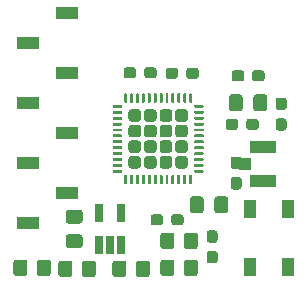
<source format=gbr>
%TF.GenerationSoftware,KiCad,Pcbnew,(5.1.9)-1*%
%TF.CreationDate,2021-06-07T11:13:51+02:00*%
%TF.ProjectId,esp32PicoD4,65737033-3250-4696-936f-44342e6b6963,rev?*%
%TF.SameCoordinates,Original*%
%TF.FileFunction,Paste,Top*%
%TF.FilePolarity,Positive*%
%FSLAX46Y46*%
G04 Gerber Fmt 4.6, Leading zero omitted, Abs format (unit mm)*
G04 Created by KiCad (PCBNEW (5.1.9)-1) date 2021-06-07 11:13:51*
%MOMM*%
%LPD*%
G01*
G04 APERTURE LIST*
%ADD10R,2.200000X1.050000*%
%ADD11R,1.050000X1.000000*%
%ADD12R,1.000000X1.500000*%
%ADD13R,0.650000X1.560000*%
%ADD14R,1.900000X1.000000*%
G04 APERTURE END LIST*
%TO.C,R3*%
G36*
G01*
X205328000Y-87409500D02*
X205328000Y-86934500D01*
G75*
G02*
X205565500Y-86697000I237500J0D01*
G01*
X206140500Y-86697000D01*
G75*
G02*
X206378000Y-86934500I0J-237500D01*
G01*
X206378000Y-87409500D01*
G75*
G02*
X206140500Y-87647000I-237500J0D01*
G01*
X205565500Y-87647000D01*
G75*
G02*
X205328000Y-87409500I0J237500D01*
G01*
G37*
G36*
G01*
X203578000Y-87409500D02*
X203578000Y-86934500D01*
G75*
G02*
X203815500Y-86697000I237500J0D01*
G01*
X204390500Y-86697000D01*
G75*
G02*
X204628000Y-86934500I0J-237500D01*
G01*
X204628000Y-87409500D01*
G75*
G02*
X204390500Y-87647000I-237500J0D01*
G01*
X203815500Y-87647000D01*
G75*
G02*
X203578000Y-87409500I0J237500D01*
G01*
G37*
%TD*%
D10*
%TO.C,AE1*%
X206723000Y-89049000D03*
D11*
X205198000Y-90524000D03*
D10*
X206723000Y-91999000D03*
%TD*%
%TO.C,C1*%
G36*
G01*
X190279000Y-96462000D02*
X191229000Y-96462000D01*
G75*
G02*
X191479000Y-96712000I0J-250000D01*
G01*
X191479000Y-97387000D01*
G75*
G02*
X191229000Y-97637000I-250000J0D01*
G01*
X190279000Y-97637000D01*
G75*
G02*
X190029000Y-97387000I0J250000D01*
G01*
X190029000Y-96712000D01*
G75*
G02*
X190279000Y-96462000I250000J0D01*
G01*
G37*
G36*
G01*
X190279000Y-94387000D02*
X191229000Y-94387000D01*
G75*
G02*
X191479000Y-94637000I0J-250000D01*
G01*
X191479000Y-95312000D01*
G75*
G02*
X191229000Y-95562000I-250000J0D01*
G01*
X190279000Y-95562000D01*
G75*
G02*
X190029000Y-95312000I0J250000D01*
G01*
X190029000Y-94637000D01*
G75*
G02*
X190279000Y-94387000I250000J0D01*
G01*
G37*
%TD*%
%TO.C,L6*%
G36*
G01*
X208042500Y-86650000D02*
X208517500Y-86650000D01*
G75*
G02*
X208755000Y-86887500I0J-237500D01*
G01*
X208755000Y-87462500D01*
G75*
G02*
X208517500Y-87700000I-237500J0D01*
G01*
X208042500Y-87700000D01*
G75*
G02*
X207805000Y-87462500I0J237500D01*
G01*
X207805000Y-86887500D01*
G75*
G02*
X208042500Y-86650000I237500J0D01*
G01*
G37*
G36*
G01*
X208042500Y-84900000D02*
X208517500Y-84900000D01*
G75*
G02*
X208755000Y-85137500I0J-237500D01*
G01*
X208755000Y-85712500D01*
G75*
G02*
X208517500Y-85950000I-237500J0D01*
G01*
X208042500Y-85950000D01*
G75*
G02*
X207805000Y-85712500I0J237500D01*
G01*
X207805000Y-85137500D01*
G75*
G02*
X208042500Y-84900000I237500J0D01*
G01*
G37*
%TD*%
%TO.C,C8*%
G36*
G01*
X204232500Y-91611000D02*
X204707500Y-91611000D01*
G75*
G02*
X204945000Y-91848500I0J-237500D01*
G01*
X204945000Y-92448500D01*
G75*
G02*
X204707500Y-92686000I-237500J0D01*
G01*
X204232500Y-92686000D01*
G75*
G02*
X203995000Y-92448500I0J237500D01*
G01*
X203995000Y-91848500D01*
G75*
G02*
X204232500Y-91611000I237500J0D01*
G01*
G37*
G36*
G01*
X204232500Y-89886000D02*
X204707500Y-89886000D01*
G75*
G02*
X204945000Y-90123500I0J-237500D01*
G01*
X204945000Y-90723500D01*
G75*
G02*
X204707500Y-90961000I-237500J0D01*
G01*
X204232500Y-90961000D01*
G75*
G02*
X203995000Y-90723500I0J237500D01*
G01*
X203995000Y-90123500D01*
G75*
G02*
X204232500Y-89886000I237500J0D01*
G01*
G37*
%TD*%
%TO.C,C7*%
G36*
G01*
X205811000Y-83295500D02*
X205811000Y-82820500D01*
G75*
G02*
X206048500Y-82583000I237500J0D01*
G01*
X206648500Y-82583000D01*
G75*
G02*
X206886000Y-82820500I0J-237500D01*
G01*
X206886000Y-83295500D01*
G75*
G02*
X206648500Y-83533000I-237500J0D01*
G01*
X206048500Y-83533000D01*
G75*
G02*
X205811000Y-83295500I0J237500D01*
G01*
G37*
G36*
G01*
X204086000Y-83295500D02*
X204086000Y-82820500D01*
G75*
G02*
X204323500Y-82583000I237500J0D01*
G01*
X204923500Y-82583000D01*
G75*
G02*
X205161000Y-82820500I0J-237500D01*
G01*
X205161000Y-83295500D01*
G75*
G02*
X204923500Y-83533000I-237500J0D01*
G01*
X204323500Y-83533000D01*
G75*
G02*
X204086000Y-83295500I0J237500D01*
G01*
G37*
%TD*%
D12*
%TO.C,D8*%
X208864000Y-94324000D03*
X205664000Y-94324000D03*
X208864000Y-99224000D03*
X205664000Y-99224000D03*
%TD*%
%TO.C,R1*%
G36*
G01*
X200248000Y-83087500D02*
X200248000Y-82612500D01*
G75*
G02*
X200485500Y-82375000I237500J0D01*
G01*
X201060500Y-82375000D01*
G75*
G02*
X201298000Y-82612500I0J-237500D01*
G01*
X201298000Y-83087500D01*
G75*
G02*
X201060500Y-83325000I-237500J0D01*
G01*
X200485500Y-83325000D01*
G75*
G02*
X200248000Y-83087500I0J237500D01*
G01*
G37*
G36*
G01*
X198498000Y-83087500D02*
X198498000Y-82612500D01*
G75*
G02*
X198735500Y-82375000I237500J0D01*
G01*
X199310500Y-82375000D01*
G75*
G02*
X199548000Y-82612500I0J-237500D01*
G01*
X199548000Y-83087500D01*
G75*
G02*
X199310500Y-83325000I-237500J0D01*
G01*
X198735500Y-83325000D01*
G75*
G02*
X198498000Y-83087500I0J237500D01*
G01*
G37*
%TD*%
%TO.C,R8*%
G36*
G01*
X199244000Y-98863999D02*
X199244000Y-99764001D01*
G75*
G02*
X198994001Y-100014000I-249999J0D01*
G01*
X198293999Y-100014000D01*
G75*
G02*
X198044000Y-99764001I0J249999D01*
G01*
X198044000Y-98863999D01*
G75*
G02*
X198293999Y-98614000I249999J0D01*
G01*
X198994001Y-98614000D01*
G75*
G02*
X199244000Y-98863999I0J-249999D01*
G01*
G37*
G36*
G01*
X201244000Y-98863999D02*
X201244000Y-99764001D01*
G75*
G02*
X200994001Y-100014000I-249999J0D01*
G01*
X200293999Y-100014000D01*
G75*
G02*
X200044000Y-99764001I0J249999D01*
G01*
X200044000Y-98863999D01*
G75*
G02*
X200293999Y-98614000I249999J0D01*
G01*
X200994001Y-98614000D01*
G75*
G02*
X201244000Y-98863999I0J-249999D01*
G01*
G37*
%TD*%
%TO.C,R7*%
G36*
G01*
X199244000Y-96577999D02*
X199244000Y-97478001D01*
G75*
G02*
X198994001Y-97728000I-249999J0D01*
G01*
X198293999Y-97728000D01*
G75*
G02*
X198044000Y-97478001I0J249999D01*
G01*
X198044000Y-96577999D01*
G75*
G02*
X198293999Y-96328000I249999J0D01*
G01*
X198994001Y-96328000D01*
G75*
G02*
X199244000Y-96577999I0J-249999D01*
G01*
G37*
G36*
G01*
X201244000Y-96577999D02*
X201244000Y-97478001D01*
G75*
G02*
X200994001Y-97728000I-249999J0D01*
G01*
X200293999Y-97728000D01*
G75*
G02*
X200044000Y-97478001I0J249999D01*
G01*
X200044000Y-96577999D01*
G75*
G02*
X200293999Y-96328000I249999J0D01*
G01*
X200994001Y-96328000D01*
G75*
G02*
X201244000Y-96577999I0J-249999D01*
G01*
G37*
%TD*%
%TO.C,RX1*%
G36*
G01*
X202675500Y-97186000D02*
X202200500Y-97186000D01*
G75*
G02*
X201963000Y-96948500I0J237500D01*
G01*
X201963000Y-96373500D01*
G75*
G02*
X202200500Y-96136000I237500J0D01*
G01*
X202675500Y-96136000D01*
G75*
G02*
X202913000Y-96373500I0J-237500D01*
G01*
X202913000Y-96948500D01*
G75*
G02*
X202675500Y-97186000I-237500J0D01*
G01*
G37*
G36*
G01*
X202675500Y-98936000D02*
X202200500Y-98936000D01*
G75*
G02*
X201963000Y-98698500I0J237500D01*
G01*
X201963000Y-98123500D01*
G75*
G02*
X202200500Y-97886000I237500J0D01*
G01*
X202675500Y-97886000D01*
G75*
G02*
X202913000Y-98123500I0J-237500D01*
G01*
X202913000Y-98698500D01*
G75*
G02*
X202675500Y-98936000I-237500J0D01*
G01*
G37*
%TD*%
%TO.C,TX1*%
G36*
G01*
X198278000Y-95012500D02*
X198278000Y-95487500D01*
G75*
G02*
X198040500Y-95725000I-237500J0D01*
G01*
X197465500Y-95725000D01*
G75*
G02*
X197228000Y-95487500I0J237500D01*
G01*
X197228000Y-95012500D01*
G75*
G02*
X197465500Y-94775000I237500J0D01*
G01*
X198040500Y-94775000D01*
G75*
G02*
X198278000Y-95012500I0J-237500D01*
G01*
G37*
G36*
G01*
X200028000Y-95012500D02*
X200028000Y-95487500D01*
G75*
G02*
X199790500Y-95725000I-237500J0D01*
G01*
X199215500Y-95725000D01*
G75*
G02*
X198978000Y-95487500I0J237500D01*
G01*
X198978000Y-95012500D01*
G75*
G02*
X199215500Y-94775000I237500J0D01*
G01*
X199790500Y-94775000D01*
G75*
G02*
X200028000Y-95012500I0J-237500D01*
G01*
G37*
%TD*%
%TO.C,R5*%
G36*
G01*
X195980000Y-99850001D02*
X195980000Y-98949999D01*
G75*
G02*
X196229999Y-98700000I249999J0D01*
G01*
X196930001Y-98700000D01*
G75*
G02*
X197180000Y-98949999I0J-249999D01*
G01*
X197180000Y-99850001D01*
G75*
G02*
X196930001Y-100100000I-249999J0D01*
G01*
X196229999Y-100100000D01*
G75*
G02*
X195980000Y-99850001I0J249999D01*
G01*
G37*
G36*
G01*
X193980000Y-99850001D02*
X193980000Y-98949999D01*
G75*
G02*
X194229999Y-98700000I249999J0D01*
G01*
X194930001Y-98700000D01*
G75*
G02*
X195180000Y-98949999I0J-249999D01*
G01*
X195180000Y-99850001D01*
G75*
G02*
X194930001Y-100100000I-249999J0D01*
G01*
X194229999Y-100100000D01*
G75*
G02*
X193980000Y-99850001I0J249999D01*
G01*
G37*
%TD*%
%TO.C,R2*%
G36*
G01*
X190608000Y-98949999D02*
X190608000Y-99850001D01*
G75*
G02*
X190358001Y-100100000I-249999J0D01*
G01*
X189657999Y-100100000D01*
G75*
G02*
X189408000Y-99850001I0J249999D01*
G01*
X189408000Y-98949999D01*
G75*
G02*
X189657999Y-98700000I249999J0D01*
G01*
X190358001Y-98700000D01*
G75*
G02*
X190608000Y-98949999I0J-249999D01*
G01*
G37*
G36*
G01*
X192608000Y-98949999D02*
X192608000Y-99850001D01*
G75*
G02*
X192358001Y-100100000I-249999J0D01*
G01*
X191657999Y-100100000D01*
G75*
G02*
X191408000Y-99850001I0J249999D01*
G01*
X191408000Y-98949999D01*
G75*
G02*
X191657999Y-98700000I249999J0D01*
G01*
X192358001Y-98700000D01*
G75*
G02*
X192608000Y-98949999I0J-249999D01*
G01*
G37*
%TD*%
%TO.C,R6*%
G36*
G01*
X186798000Y-98863999D02*
X186798000Y-99764001D01*
G75*
G02*
X186548001Y-100014000I-249999J0D01*
G01*
X185847999Y-100014000D01*
G75*
G02*
X185598000Y-99764001I0J249999D01*
G01*
X185598000Y-98863999D01*
G75*
G02*
X185847999Y-98614000I249999J0D01*
G01*
X186548001Y-98614000D01*
G75*
G02*
X186798000Y-98863999I0J-249999D01*
G01*
G37*
G36*
G01*
X188798000Y-98863999D02*
X188798000Y-99764001D01*
G75*
G02*
X188548001Y-100014000I-249999J0D01*
G01*
X187847999Y-100014000D01*
G75*
G02*
X187598000Y-99764001I0J249999D01*
G01*
X187598000Y-98863999D01*
G75*
G02*
X187847999Y-98614000I249999J0D01*
G01*
X188548001Y-98614000D01*
G75*
G02*
X188798000Y-98863999I0J-249999D01*
G01*
G37*
%TD*%
%TO.C,C11*%
G36*
G01*
X202634000Y-94455000D02*
X202634000Y-93505000D01*
G75*
G02*
X202884000Y-93255000I250000J0D01*
G01*
X203559000Y-93255000D01*
G75*
G02*
X203809000Y-93505000I0J-250000D01*
G01*
X203809000Y-94455000D01*
G75*
G02*
X203559000Y-94705000I-250000J0D01*
G01*
X202884000Y-94705000D01*
G75*
G02*
X202634000Y-94455000I0J250000D01*
G01*
G37*
G36*
G01*
X200559000Y-94455000D02*
X200559000Y-93505000D01*
G75*
G02*
X200809000Y-93255000I250000J0D01*
G01*
X201484000Y-93255000D01*
G75*
G02*
X201734000Y-93505000I0J-250000D01*
G01*
X201734000Y-94455000D01*
G75*
G02*
X201484000Y-94705000I-250000J0D01*
G01*
X200809000Y-94705000D01*
G75*
G02*
X200559000Y-94455000I0J250000D01*
G01*
G37*
%TD*%
%TO.C,C4*%
G36*
G01*
X205936000Y-85819000D02*
X205936000Y-84869000D01*
G75*
G02*
X206186000Y-84619000I250000J0D01*
G01*
X206861000Y-84619000D01*
G75*
G02*
X207111000Y-84869000I0J-250000D01*
G01*
X207111000Y-85819000D01*
G75*
G02*
X206861000Y-86069000I-250000J0D01*
G01*
X206186000Y-86069000D01*
G75*
G02*
X205936000Y-85819000I0J250000D01*
G01*
G37*
G36*
G01*
X203861000Y-85819000D02*
X203861000Y-84869000D01*
G75*
G02*
X204111000Y-84619000I250000J0D01*
G01*
X204786000Y-84619000D01*
G75*
G02*
X205036000Y-84869000I0J-250000D01*
G01*
X205036000Y-85819000D01*
G75*
G02*
X204786000Y-86069000I-250000J0D01*
G01*
X204111000Y-86069000D01*
G75*
G02*
X203861000Y-85819000I0J250000D01*
G01*
G37*
%TD*%
%TO.C,U2*%
G36*
G01*
X196421000Y-86127000D02*
X196421000Y-86697000D01*
G75*
G02*
X196171000Y-86947000I-250000J0D01*
G01*
X195601000Y-86947000D01*
G75*
G02*
X195351000Y-86697000I0J250000D01*
G01*
X195351000Y-86127000D01*
G75*
G02*
X195601000Y-85877000I250000J0D01*
G01*
X196171000Y-85877000D01*
G75*
G02*
X196421000Y-86127000I0J-250000D01*
G01*
G37*
G36*
G01*
X196421000Y-87447000D02*
X196421000Y-88017000D01*
G75*
G02*
X196171000Y-88267000I-250000J0D01*
G01*
X195601000Y-88267000D01*
G75*
G02*
X195351000Y-88017000I0J250000D01*
G01*
X195351000Y-87447000D01*
G75*
G02*
X195601000Y-87197000I250000J0D01*
G01*
X196171000Y-87197000D01*
G75*
G02*
X196421000Y-87447000I0J-250000D01*
G01*
G37*
G36*
G01*
X196421000Y-88767000D02*
X196421000Y-89337000D01*
G75*
G02*
X196171000Y-89587000I-250000J0D01*
G01*
X195601000Y-89587000D01*
G75*
G02*
X195351000Y-89337000I0J250000D01*
G01*
X195351000Y-88767000D01*
G75*
G02*
X195601000Y-88517000I250000J0D01*
G01*
X196171000Y-88517000D01*
G75*
G02*
X196421000Y-88767000I0J-250000D01*
G01*
G37*
G36*
G01*
X196421000Y-90087000D02*
X196421000Y-90657000D01*
G75*
G02*
X196171000Y-90907000I-250000J0D01*
G01*
X195601000Y-90907000D01*
G75*
G02*
X195351000Y-90657000I0J250000D01*
G01*
X195351000Y-90087000D01*
G75*
G02*
X195601000Y-89837000I250000J0D01*
G01*
X196171000Y-89837000D01*
G75*
G02*
X196421000Y-90087000I0J-250000D01*
G01*
G37*
G36*
G01*
X197741000Y-86127000D02*
X197741000Y-86697000D01*
G75*
G02*
X197491000Y-86947000I-250000J0D01*
G01*
X196921000Y-86947000D01*
G75*
G02*
X196671000Y-86697000I0J250000D01*
G01*
X196671000Y-86127000D01*
G75*
G02*
X196921000Y-85877000I250000J0D01*
G01*
X197491000Y-85877000D01*
G75*
G02*
X197741000Y-86127000I0J-250000D01*
G01*
G37*
G36*
G01*
X197741000Y-87447000D02*
X197741000Y-88017000D01*
G75*
G02*
X197491000Y-88267000I-250000J0D01*
G01*
X196921000Y-88267000D01*
G75*
G02*
X196671000Y-88017000I0J250000D01*
G01*
X196671000Y-87447000D01*
G75*
G02*
X196921000Y-87197000I250000J0D01*
G01*
X197491000Y-87197000D01*
G75*
G02*
X197741000Y-87447000I0J-250000D01*
G01*
G37*
G36*
G01*
X197741000Y-88767000D02*
X197741000Y-89337000D01*
G75*
G02*
X197491000Y-89587000I-250000J0D01*
G01*
X196921000Y-89587000D01*
G75*
G02*
X196671000Y-89337000I0J250000D01*
G01*
X196671000Y-88767000D01*
G75*
G02*
X196921000Y-88517000I250000J0D01*
G01*
X197491000Y-88517000D01*
G75*
G02*
X197741000Y-88767000I0J-250000D01*
G01*
G37*
G36*
G01*
X197741000Y-90087000D02*
X197741000Y-90657000D01*
G75*
G02*
X197491000Y-90907000I-250000J0D01*
G01*
X196921000Y-90907000D01*
G75*
G02*
X196671000Y-90657000I0J250000D01*
G01*
X196671000Y-90087000D01*
G75*
G02*
X196921000Y-89837000I250000J0D01*
G01*
X197491000Y-89837000D01*
G75*
G02*
X197741000Y-90087000I0J-250000D01*
G01*
G37*
G36*
G01*
X199061000Y-86127000D02*
X199061000Y-86697000D01*
G75*
G02*
X198811000Y-86947000I-250000J0D01*
G01*
X198241000Y-86947000D01*
G75*
G02*
X197991000Y-86697000I0J250000D01*
G01*
X197991000Y-86127000D01*
G75*
G02*
X198241000Y-85877000I250000J0D01*
G01*
X198811000Y-85877000D01*
G75*
G02*
X199061000Y-86127000I0J-250000D01*
G01*
G37*
G36*
G01*
X199061000Y-87447000D02*
X199061000Y-88017000D01*
G75*
G02*
X198811000Y-88267000I-250000J0D01*
G01*
X198241000Y-88267000D01*
G75*
G02*
X197991000Y-88017000I0J250000D01*
G01*
X197991000Y-87447000D01*
G75*
G02*
X198241000Y-87197000I250000J0D01*
G01*
X198811000Y-87197000D01*
G75*
G02*
X199061000Y-87447000I0J-250000D01*
G01*
G37*
G36*
G01*
X199061000Y-88767000D02*
X199061000Y-89337000D01*
G75*
G02*
X198811000Y-89587000I-250000J0D01*
G01*
X198241000Y-89587000D01*
G75*
G02*
X197991000Y-89337000I0J250000D01*
G01*
X197991000Y-88767000D01*
G75*
G02*
X198241000Y-88517000I250000J0D01*
G01*
X198811000Y-88517000D01*
G75*
G02*
X199061000Y-88767000I0J-250000D01*
G01*
G37*
G36*
G01*
X199061000Y-90087000D02*
X199061000Y-90657000D01*
G75*
G02*
X198811000Y-90907000I-250000J0D01*
G01*
X198241000Y-90907000D01*
G75*
G02*
X197991000Y-90657000I0J250000D01*
G01*
X197991000Y-90087000D01*
G75*
G02*
X198241000Y-89837000I250000J0D01*
G01*
X198811000Y-89837000D01*
G75*
G02*
X199061000Y-90087000I0J-250000D01*
G01*
G37*
G36*
G01*
X200381000Y-86127000D02*
X200381000Y-86697000D01*
G75*
G02*
X200131000Y-86947000I-250000J0D01*
G01*
X199561000Y-86947000D01*
G75*
G02*
X199311000Y-86697000I0J250000D01*
G01*
X199311000Y-86127000D01*
G75*
G02*
X199561000Y-85877000I250000J0D01*
G01*
X200131000Y-85877000D01*
G75*
G02*
X200381000Y-86127000I0J-250000D01*
G01*
G37*
G36*
G01*
X200381000Y-87447000D02*
X200381000Y-88017000D01*
G75*
G02*
X200131000Y-88267000I-250000J0D01*
G01*
X199561000Y-88267000D01*
G75*
G02*
X199311000Y-88017000I0J250000D01*
G01*
X199311000Y-87447000D01*
G75*
G02*
X199561000Y-87197000I250000J0D01*
G01*
X200131000Y-87197000D01*
G75*
G02*
X200381000Y-87447000I0J-250000D01*
G01*
G37*
G36*
G01*
X200381000Y-88767000D02*
X200381000Y-89337000D01*
G75*
G02*
X200131000Y-89587000I-250000J0D01*
G01*
X199561000Y-89587000D01*
G75*
G02*
X199311000Y-89337000I0J250000D01*
G01*
X199311000Y-88767000D01*
G75*
G02*
X199561000Y-88517000I250000J0D01*
G01*
X200131000Y-88517000D01*
G75*
G02*
X200381000Y-88767000I0J-250000D01*
G01*
G37*
G36*
G01*
X200381000Y-90087000D02*
X200381000Y-90657000D01*
G75*
G02*
X200131000Y-90907000I-250000J0D01*
G01*
X199561000Y-90907000D01*
G75*
G02*
X199311000Y-90657000I0J250000D01*
G01*
X199311000Y-90087000D01*
G75*
G02*
X199561000Y-89837000I250000J0D01*
G01*
X200131000Y-89837000D01*
G75*
G02*
X200381000Y-90087000I0J-250000D01*
G01*
G37*
G36*
G01*
X200741000Y-91504500D02*
X200741000Y-92179500D01*
G75*
G02*
X200678500Y-92242000I-62500J0D01*
G01*
X200553500Y-92242000D01*
G75*
G02*
X200491000Y-92179500I0J62500D01*
G01*
X200491000Y-91504500D01*
G75*
G02*
X200553500Y-91442000I62500J0D01*
G01*
X200678500Y-91442000D01*
G75*
G02*
X200741000Y-91504500I0J-62500D01*
G01*
G37*
G36*
G01*
X200241000Y-91504500D02*
X200241000Y-92179500D01*
G75*
G02*
X200178500Y-92242000I-62500J0D01*
G01*
X200053500Y-92242000D01*
G75*
G02*
X199991000Y-92179500I0J62500D01*
G01*
X199991000Y-91504500D01*
G75*
G02*
X200053500Y-91442000I62500J0D01*
G01*
X200178500Y-91442000D01*
G75*
G02*
X200241000Y-91504500I0J-62500D01*
G01*
G37*
G36*
G01*
X199741000Y-91504500D02*
X199741000Y-92179500D01*
G75*
G02*
X199678500Y-92242000I-62500J0D01*
G01*
X199553500Y-92242000D01*
G75*
G02*
X199491000Y-92179500I0J62500D01*
G01*
X199491000Y-91504500D01*
G75*
G02*
X199553500Y-91442000I62500J0D01*
G01*
X199678500Y-91442000D01*
G75*
G02*
X199741000Y-91504500I0J-62500D01*
G01*
G37*
G36*
G01*
X199241000Y-91504500D02*
X199241000Y-92179500D01*
G75*
G02*
X199178500Y-92242000I-62500J0D01*
G01*
X199053500Y-92242000D01*
G75*
G02*
X198991000Y-92179500I0J62500D01*
G01*
X198991000Y-91504500D01*
G75*
G02*
X199053500Y-91442000I62500J0D01*
G01*
X199178500Y-91442000D01*
G75*
G02*
X199241000Y-91504500I0J-62500D01*
G01*
G37*
G36*
G01*
X198741000Y-91504500D02*
X198741000Y-92179500D01*
G75*
G02*
X198678500Y-92242000I-62500J0D01*
G01*
X198553500Y-92242000D01*
G75*
G02*
X198491000Y-92179500I0J62500D01*
G01*
X198491000Y-91504500D01*
G75*
G02*
X198553500Y-91442000I62500J0D01*
G01*
X198678500Y-91442000D01*
G75*
G02*
X198741000Y-91504500I0J-62500D01*
G01*
G37*
G36*
G01*
X198241000Y-91504500D02*
X198241000Y-92179500D01*
G75*
G02*
X198178500Y-92242000I-62500J0D01*
G01*
X198053500Y-92242000D01*
G75*
G02*
X197991000Y-92179500I0J62500D01*
G01*
X197991000Y-91504500D01*
G75*
G02*
X198053500Y-91442000I62500J0D01*
G01*
X198178500Y-91442000D01*
G75*
G02*
X198241000Y-91504500I0J-62500D01*
G01*
G37*
G36*
G01*
X197741000Y-91504500D02*
X197741000Y-92179500D01*
G75*
G02*
X197678500Y-92242000I-62500J0D01*
G01*
X197553500Y-92242000D01*
G75*
G02*
X197491000Y-92179500I0J62500D01*
G01*
X197491000Y-91504500D01*
G75*
G02*
X197553500Y-91442000I62500J0D01*
G01*
X197678500Y-91442000D01*
G75*
G02*
X197741000Y-91504500I0J-62500D01*
G01*
G37*
G36*
G01*
X197241000Y-91504500D02*
X197241000Y-92179500D01*
G75*
G02*
X197178500Y-92242000I-62500J0D01*
G01*
X197053500Y-92242000D01*
G75*
G02*
X196991000Y-92179500I0J62500D01*
G01*
X196991000Y-91504500D01*
G75*
G02*
X197053500Y-91442000I62500J0D01*
G01*
X197178500Y-91442000D01*
G75*
G02*
X197241000Y-91504500I0J-62500D01*
G01*
G37*
G36*
G01*
X196741000Y-91504500D02*
X196741000Y-92179500D01*
G75*
G02*
X196678500Y-92242000I-62500J0D01*
G01*
X196553500Y-92242000D01*
G75*
G02*
X196491000Y-92179500I0J62500D01*
G01*
X196491000Y-91504500D01*
G75*
G02*
X196553500Y-91442000I62500J0D01*
G01*
X196678500Y-91442000D01*
G75*
G02*
X196741000Y-91504500I0J-62500D01*
G01*
G37*
G36*
G01*
X196241000Y-91504500D02*
X196241000Y-92179500D01*
G75*
G02*
X196178500Y-92242000I-62500J0D01*
G01*
X196053500Y-92242000D01*
G75*
G02*
X195991000Y-92179500I0J62500D01*
G01*
X195991000Y-91504500D01*
G75*
G02*
X196053500Y-91442000I62500J0D01*
G01*
X196178500Y-91442000D01*
G75*
G02*
X196241000Y-91504500I0J-62500D01*
G01*
G37*
G36*
G01*
X195741000Y-91504500D02*
X195741000Y-92179500D01*
G75*
G02*
X195678500Y-92242000I-62500J0D01*
G01*
X195553500Y-92242000D01*
G75*
G02*
X195491000Y-92179500I0J62500D01*
G01*
X195491000Y-91504500D01*
G75*
G02*
X195553500Y-91442000I62500J0D01*
G01*
X195678500Y-91442000D01*
G75*
G02*
X195741000Y-91504500I0J-62500D01*
G01*
G37*
G36*
G01*
X195241000Y-91504500D02*
X195241000Y-92179500D01*
G75*
G02*
X195178500Y-92242000I-62500J0D01*
G01*
X195053500Y-92242000D01*
G75*
G02*
X194991000Y-92179500I0J62500D01*
G01*
X194991000Y-91504500D01*
G75*
G02*
X195053500Y-91442000I62500J0D01*
G01*
X195178500Y-91442000D01*
G75*
G02*
X195241000Y-91504500I0J-62500D01*
G01*
G37*
G36*
G01*
X194816000Y-91079500D02*
X194816000Y-91204500D01*
G75*
G02*
X194753500Y-91267000I-62500J0D01*
G01*
X194078500Y-91267000D01*
G75*
G02*
X194016000Y-91204500I0J62500D01*
G01*
X194016000Y-91079500D01*
G75*
G02*
X194078500Y-91017000I62500J0D01*
G01*
X194753500Y-91017000D01*
G75*
G02*
X194816000Y-91079500I0J-62500D01*
G01*
G37*
G36*
G01*
X194816000Y-90579500D02*
X194816000Y-90704500D01*
G75*
G02*
X194753500Y-90767000I-62500J0D01*
G01*
X194078500Y-90767000D01*
G75*
G02*
X194016000Y-90704500I0J62500D01*
G01*
X194016000Y-90579500D01*
G75*
G02*
X194078500Y-90517000I62500J0D01*
G01*
X194753500Y-90517000D01*
G75*
G02*
X194816000Y-90579500I0J-62500D01*
G01*
G37*
G36*
G01*
X194816000Y-90079500D02*
X194816000Y-90204500D01*
G75*
G02*
X194753500Y-90267000I-62500J0D01*
G01*
X194078500Y-90267000D01*
G75*
G02*
X194016000Y-90204500I0J62500D01*
G01*
X194016000Y-90079500D01*
G75*
G02*
X194078500Y-90017000I62500J0D01*
G01*
X194753500Y-90017000D01*
G75*
G02*
X194816000Y-90079500I0J-62500D01*
G01*
G37*
G36*
G01*
X194816000Y-89579500D02*
X194816000Y-89704500D01*
G75*
G02*
X194753500Y-89767000I-62500J0D01*
G01*
X194078500Y-89767000D01*
G75*
G02*
X194016000Y-89704500I0J62500D01*
G01*
X194016000Y-89579500D01*
G75*
G02*
X194078500Y-89517000I62500J0D01*
G01*
X194753500Y-89517000D01*
G75*
G02*
X194816000Y-89579500I0J-62500D01*
G01*
G37*
G36*
G01*
X194816000Y-89079500D02*
X194816000Y-89204500D01*
G75*
G02*
X194753500Y-89267000I-62500J0D01*
G01*
X194078500Y-89267000D01*
G75*
G02*
X194016000Y-89204500I0J62500D01*
G01*
X194016000Y-89079500D01*
G75*
G02*
X194078500Y-89017000I62500J0D01*
G01*
X194753500Y-89017000D01*
G75*
G02*
X194816000Y-89079500I0J-62500D01*
G01*
G37*
G36*
G01*
X194816000Y-88579500D02*
X194816000Y-88704500D01*
G75*
G02*
X194753500Y-88767000I-62500J0D01*
G01*
X194078500Y-88767000D01*
G75*
G02*
X194016000Y-88704500I0J62500D01*
G01*
X194016000Y-88579500D01*
G75*
G02*
X194078500Y-88517000I62500J0D01*
G01*
X194753500Y-88517000D01*
G75*
G02*
X194816000Y-88579500I0J-62500D01*
G01*
G37*
G36*
G01*
X194816000Y-88079500D02*
X194816000Y-88204500D01*
G75*
G02*
X194753500Y-88267000I-62500J0D01*
G01*
X194078500Y-88267000D01*
G75*
G02*
X194016000Y-88204500I0J62500D01*
G01*
X194016000Y-88079500D01*
G75*
G02*
X194078500Y-88017000I62500J0D01*
G01*
X194753500Y-88017000D01*
G75*
G02*
X194816000Y-88079500I0J-62500D01*
G01*
G37*
G36*
G01*
X194816000Y-87579500D02*
X194816000Y-87704500D01*
G75*
G02*
X194753500Y-87767000I-62500J0D01*
G01*
X194078500Y-87767000D01*
G75*
G02*
X194016000Y-87704500I0J62500D01*
G01*
X194016000Y-87579500D01*
G75*
G02*
X194078500Y-87517000I62500J0D01*
G01*
X194753500Y-87517000D01*
G75*
G02*
X194816000Y-87579500I0J-62500D01*
G01*
G37*
G36*
G01*
X194816000Y-87079500D02*
X194816000Y-87204500D01*
G75*
G02*
X194753500Y-87267000I-62500J0D01*
G01*
X194078500Y-87267000D01*
G75*
G02*
X194016000Y-87204500I0J62500D01*
G01*
X194016000Y-87079500D01*
G75*
G02*
X194078500Y-87017000I62500J0D01*
G01*
X194753500Y-87017000D01*
G75*
G02*
X194816000Y-87079500I0J-62500D01*
G01*
G37*
G36*
G01*
X194816000Y-86579500D02*
X194816000Y-86704500D01*
G75*
G02*
X194753500Y-86767000I-62500J0D01*
G01*
X194078500Y-86767000D01*
G75*
G02*
X194016000Y-86704500I0J62500D01*
G01*
X194016000Y-86579500D01*
G75*
G02*
X194078500Y-86517000I62500J0D01*
G01*
X194753500Y-86517000D01*
G75*
G02*
X194816000Y-86579500I0J-62500D01*
G01*
G37*
G36*
G01*
X194816000Y-86079500D02*
X194816000Y-86204500D01*
G75*
G02*
X194753500Y-86267000I-62500J0D01*
G01*
X194078500Y-86267000D01*
G75*
G02*
X194016000Y-86204500I0J62500D01*
G01*
X194016000Y-86079500D01*
G75*
G02*
X194078500Y-86017000I62500J0D01*
G01*
X194753500Y-86017000D01*
G75*
G02*
X194816000Y-86079500I0J-62500D01*
G01*
G37*
G36*
G01*
X194816000Y-85579500D02*
X194816000Y-85704500D01*
G75*
G02*
X194753500Y-85767000I-62500J0D01*
G01*
X194078500Y-85767000D01*
G75*
G02*
X194016000Y-85704500I0J62500D01*
G01*
X194016000Y-85579500D01*
G75*
G02*
X194078500Y-85517000I62500J0D01*
G01*
X194753500Y-85517000D01*
G75*
G02*
X194816000Y-85579500I0J-62500D01*
G01*
G37*
G36*
G01*
X195241000Y-84604500D02*
X195241000Y-85279500D01*
G75*
G02*
X195178500Y-85342000I-62500J0D01*
G01*
X195053500Y-85342000D01*
G75*
G02*
X194991000Y-85279500I0J62500D01*
G01*
X194991000Y-84604500D01*
G75*
G02*
X195053500Y-84542000I62500J0D01*
G01*
X195178500Y-84542000D01*
G75*
G02*
X195241000Y-84604500I0J-62500D01*
G01*
G37*
G36*
G01*
X195741000Y-84604500D02*
X195741000Y-85279500D01*
G75*
G02*
X195678500Y-85342000I-62500J0D01*
G01*
X195553500Y-85342000D01*
G75*
G02*
X195491000Y-85279500I0J62500D01*
G01*
X195491000Y-84604500D01*
G75*
G02*
X195553500Y-84542000I62500J0D01*
G01*
X195678500Y-84542000D01*
G75*
G02*
X195741000Y-84604500I0J-62500D01*
G01*
G37*
G36*
G01*
X196241000Y-84604500D02*
X196241000Y-85279500D01*
G75*
G02*
X196178500Y-85342000I-62500J0D01*
G01*
X196053500Y-85342000D01*
G75*
G02*
X195991000Y-85279500I0J62500D01*
G01*
X195991000Y-84604500D01*
G75*
G02*
X196053500Y-84542000I62500J0D01*
G01*
X196178500Y-84542000D01*
G75*
G02*
X196241000Y-84604500I0J-62500D01*
G01*
G37*
G36*
G01*
X196741000Y-84604500D02*
X196741000Y-85279500D01*
G75*
G02*
X196678500Y-85342000I-62500J0D01*
G01*
X196553500Y-85342000D01*
G75*
G02*
X196491000Y-85279500I0J62500D01*
G01*
X196491000Y-84604500D01*
G75*
G02*
X196553500Y-84542000I62500J0D01*
G01*
X196678500Y-84542000D01*
G75*
G02*
X196741000Y-84604500I0J-62500D01*
G01*
G37*
G36*
G01*
X197241000Y-84604500D02*
X197241000Y-85279500D01*
G75*
G02*
X197178500Y-85342000I-62500J0D01*
G01*
X197053500Y-85342000D01*
G75*
G02*
X196991000Y-85279500I0J62500D01*
G01*
X196991000Y-84604500D01*
G75*
G02*
X197053500Y-84542000I62500J0D01*
G01*
X197178500Y-84542000D01*
G75*
G02*
X197241000Y-84604500I0J-62500D01*
G01*
G37*
G36*
G01*
X197741000Y-84604500D02*
X197741000Y-85279500D01*
G75*
G02*
X197678500Y-85342000I-62500J0D01*
G01*
X197553500Y-85342000D01*
G75*
G02*
X197491000Y-85279500I0J62500D01*
G01*
X197491000Y-84604500D01*
G75*
G02*
X197553500Y-84542000I62500J0D01*
G01*
X197678500Y-84542000D01*
G75*
G02*
X197741000Y-84604500I0J-62500D01*
G01*
G37*
G36*
G01*
X198241000Y-84604500D02*
X198241000Y-85279500D01*
G75*
G02*
X198178500Y-85342000I-62500J0D01*
G01*
X198053500Y-85342000D01*
G75*
G02*
X197991000Y-85279500I0J62500D01*
G01*
X197991000Y-84604500D01*
G75*
G02*
X198053500Y-84542000I62500J0D01*
G01*
X198178500Y-84542000D01*
G75*
G02*
X198241000Y-84604500I0J-62500D01*
G01*
G37*
G36*
G01*
X198741000Y-84604500D02*
X198741000Y-85279500D01*
G75*
G02*
X198678500Y-85342000I-62500J0D01*
G01*
X198553500Y-85342000D01*
G75*
G02*
X198491000Y-85279500I0J62500D01*
G01*
X198491000Y-84604500D01*
G75*
G02*
X198553500Y-84542000I62500J0D01*
G01*
X198678500Y-84542000D01*
G75*
G02*
X198741000Y-84604500I0J-62500D01*
G01*
G37*
G36*
G01*
X199241000Y-84604500D02*
X199241000Y-85279500D01*
G75*
G02*
X199178500Y-85342000I-62500J0D01*
G01*
X199053500Y-85342000D01*
G75*
G02*
X198991000Y-85279500I0J62500D01*
G01*
X198991000Y-84604500D01*
G75*
G02*
X199053500Y-84542000I62500J0D01*
G01*
X199178500Y-84542000D01*
G75*
G02*
X199241000Y-84604500I0J-62500D01*
G01*
G37*
G36*
G01*
X199741000Y-84604500D02*
X199741000Y-85279500D01*
G75*
G02*
X199678500Y-85342000I-62500J0D01*
G01*
X199553500Y-85342000D01*
G75*
G02*
X199491000Y-85279500I0J62500D01*
G01*
X199491000Y-84604500D01*
G75*
G02*
X199553500Y-84542000I62500J0D01*
G01*
X199678500Y-84542000D01*
G75*
G02*
X199741000Y-84604500I0J-62500D01*
G01*
G37*
G36*
G01*
X200241000Y-84604500D02*
X200241000Y-85279500D01*
G75*
G02*
X200178500Y-85342000I-62500J0D01*
G01*
X200053500Y-85342000D01*
G75*
G02*
X199991000Y-85279500I0J62500D01*
G01*
X199991000Y-84604500D01*
G75*
G02*
X200053500Y-84542000I62500J0D01*
G01*
X200178500Y-84542000D01*
G75*
G02*
X200241000Y-84604500I0J-62500D01*
G01*
G37*
G36*
G01*
X200741000Y-84604500D02*
X200741000Y-85279500D01*
G75*
G02*
X200678500Y-85342000I-62500J0D01*
G01*
X200553500Y-85342000D01*
G75*
G02*
X200491000Y-85279500I0J62500D01*
G01*
X200491000Y-84604500D01*
G75*
G02*
X200553500Y-84542000I62500J0D01*
G01*
X200678500Y-84542000D01*
G75*
G02*
X200741000Y-84604500I0J-62500D01*
G01*
G37*
G36*
G01*
X201716000Y-85579500D02*
X201716000Y-85704500D01*
G75*
G02*
X201653500Y-85767000I-62500J0D01*
G01*
X200978500Y-85767000D01*
G75*
G02*
X200916000Y-85704500I0J62500D01*
G01*
X200916000Y-85579500D01*
G75*
G02*
X200978500Y-85517000I62500J0D01*
G01*
X201653500Y-85517000D01*
G75*
G02*
X201716000Y-85579500I0J-62500D01*
G01*
G37*
G36*
G01*
X201716000Y-86079500D02*
X201716000Y-86204500D01*
G75*
G02*
X201653500Y-86267000I-62500J0D01*
G01*
X200978500Y-86267000D01*
G75*
G02*
X200916000Y-86204500I0J62500D01*
G01*
X200916000Y-86079500D01*
G75*
G02*
X200978500Y-86017000I62500J0D01*
G01*
X201653500Y-86017000D01*
G75*
G02*
X201716000Y-86079500I0J-62500D01*
G01*
G37*
G36*
G01*
X201716000Y-86579500D02*
X201716000Y-86704500D01*
G75*
G02*
X201653500Y-86767000I-62500J0D01*
G01*
X200978500Y-86767000D01*
G75*
G02*
X200916000Y-86704500I0J62500D01*
G01*
X200916000Y-86579500D01*
G75*
G02*
X200978500Y-86517000I62500J0D01*
G01*
X201653500Y-86517000D01*
G75*
G02*
X201716000Y-86579500I0J-62500D01*
G01*
G37*
G36*
G01*
X201716000Y-87079500D02*
X201716000Y-87204500D01*
G75*
G02*
X201653500Y-87267000I-62500J0D01*
G01*
X200978500Y-87267000D01*
G75*
G02*
X200916000Y-87204500I0J62500D01*
G01*
X200916000Y-87079500D01*
G75*
G02*
X200978500Y-87017000I62500J0D01*
G01*
X201653500Y-87017000D01*
G75*
G02*
X201716000Y-87079500I0J-62500D01*
G01*
G37*
G36*
G01*
X201716000Y-87579500D02*
X201716000Y-87704500D01*
G75*
G02*
X201653500Y-87767000I-62500J0D01*
G01*
X200978500Y-87767000D01*
G75*
G02*
X200916000Y-87704500I0J62500D01*
G01*
X200916000Y-87579500D01*
G75*
G02*
X200978500Y-87517000I62500J0D01*
G01*
X201653500Y-87517000D01*
G75*
G02*
X201716000Y-87579500I0J-62500D01*
G01*
G37*
G36*
G01*
X201716000Y-88079500D02*
X201716000Y-88204500D01*
G75*
G02*
X201653500Y-88267000I-62500J0D01*
G01*
X200978500Y-88267000D01*
G75*
G02*
X200916000Y-88204500I0J62500D01*
G01*
X200916000Y-88079500D01*
G75*
G02*
X200978500Y-88017000I62500J0D01*
G01*
X201653500Y-88017000D01*
G75*
G02*
X201716000Y-88079500I0J-62500D01*
G01*
G37*
G36*
G01*
X201716000Y-88579500D02*
X201716000Y-88704500D01*
G75*
G02*
X201653500Y-88767000I-62500J0D01*
G01*
X200978500Y-88767000D01*
G75*
G02*
X200916000Y-88704500I0J62500D01*
G01*
X200916000Y-88579500D01*
G75*
G02*
X200978500Y-88517000I62500J0D01*
G01*
X201653500Y-88517000D01*
G75*
G02*
X201716000Y-88579500I0J-62500D01*
G01*
G37*
G36*
G01*
X201716000Y-89079500D02*
X201716000Y-89204500D01*
G75*
G02*
X201653500Y-89267000I-62500J0D01*
G01*
X200978500Y-89267000D01*
G75*
G02*
X200916000Y-89204500I0J62500D01*
G01*
X200916000Y-89079500D01*
G75*
G02*
X200978500Y-89017000I62500J0D01*
G01*
X201653500Y-89017000D01*
G75*
G02*
X201716000Y-89079500I0J-62500D01*
G01*
G37*
G36*
G01*
X201716000Y-89579500D02*
X201716000Y-89704500D01*
G75*
G02*
X201653500Y-89767000I-62500J0D01*
G01*
X200978500Y-89767000D01*
G75*
G02*
X200916000Y-89704500I0J62500D01*
G01*
X200916000Y-89579500D01*
G75*
G02*
X200978500Y-89517000I62500J0D01*
G01*
X201653500Y-89517000D01*
G75*
G02*
X201716000Y-89579500I0J-62500D01*
G01*
G37*
G36*
G01*
X201716000Y-90079500D02*
X201716000Y-90204500D01*
G75*
G02*
X201653500Y-90267000I-62500J0D01*
G01*
X200978500Y-90267000D01*
G75*
G02*
X200916000Y-90204500I0J62500D01*
G01*
X200916000Y-90079500D01*
G75*
G02*
X200978500Y-90017000I62500J0D01*
G01*
X201653500Y-90017000D01*
G75*
G02*
X201716000Y-90079500I0J-62500D01*
G01*
G37*
G36*
G01*
X201716000Y-90579500D02*
X201716000Y-90704500D01*
G75*
G02*
X201653500Y-90767000I-62500J0D01*
G01*
X200978500Y-90767000D01*
G75*
G02*
X200916000Y-90704500I0J62500D01*
G01*
X200916000Y-90579500D01*
G75*
G02*
X200978500Y-90517000I62500J0D01*
G01*
X201653500Y-90517000D01*
G75*
G02*
X201716000Y-90579500I0J-62500D01*
G01*
G37*
G36*
G01*
X201716000Y-91079500D02*
X201716000Y-91204500D01*
G75*
G02*
X201653500Y-91267000I-62500J0D01*
G01*
X200978500Y-91267000D01*
G75*
G02*
X200916000Y-91204500I0J62500D01*
G01*
X200916000Y-91079500D01*
G75*
G02*
X200978500Y-91017000I62500J0D01*
G01*
X201653500Y-91017000D01*
G75*
G02*
X201716000Y-91079500I0J-62500D01*
G01*
G37*
%TD*%
D13*
%TO.C,U1*%
X192852000Y-94650000D03*
X194752000Y-94650000D03*
X194752000Y-97350000D03*
X193802000Y-97350000D03*
X192852000Y-97350000D03*
%TD*%
D14*
%TO.C,J3*%
X190118000Y-92964000D03*
X190118000Y-87884000D03*
X190118000Y-82804000D03*
X190118000Y-77724000D03*
X186818000Y-95504000D03*
X186818000Y-90424000D03*
X186818000Y-85344000D03*
X186818000Y-80264000D03*
%TD*%
%TO.C,D9*%
G36*
G01*
X195992000Y-82566500D02*
X195992000Y-83041500D01*
G75*
G02*
X195754500Y-83279000I-237500J0D01*
G01*
X195179500Y-83279000D01*
G75*
G02*
X194942000Y-83041500I0J237500D01*
G01*
X194942000Y-82566500D01*
G75*
G02*
X195179500Y-82329000I237500J0D01*
G01*
X195754500Y-82329000D01*
G75*
G02*
X195992000Y-82566500I0J-237500D01*
G01*
G37*
G36*
G01*
X197742000Y-82566500D02*
X197742000Y-83041500D01*
G75*
G02*
X197504500Y-83279000I-237500J0D01*
G01*
X196929500Y-83279000D01*
G75*
G02*
X196692000Y-83041500I0J237500D01*
G01*
X196692000Y-82566500D01*
G75*
G02*
X196929500Y-82329000I237500J0D01*
G01*
X197504500Y-82329000D01*
G75*
G02*
X197742000Y-82566500I0J-237500D01*
G01*
G37*
%TD*%
M02*

</source>
